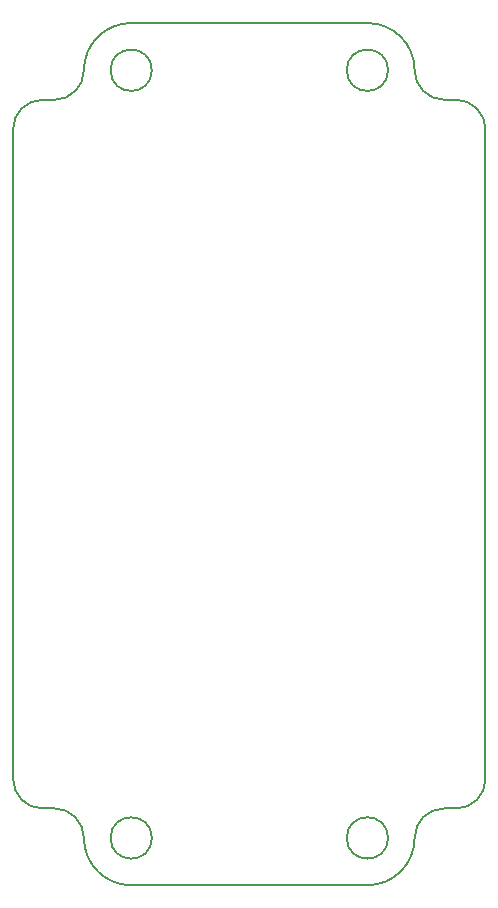
<source format=gm1>
%TF.GenerationSoftware,KiCad,Pcbnew,(5.1.9)-1*%
%TF.CreationDate,2021-05-21T21:01:08+03:00*%
%TF.ProjectId,valenok,76616c65-6e6f-46b2-9e6b-696361645f70,1*%
%TF.SameCoordinates,Original*%
%TF.FileFunction,Profile,NP*%
%FSLAX46Y46*%
G04 Gerber Fmt 4.6, Leading zero omitted, Abs format (unit mm)*
G04 Created by KiCad (PCBNEW (5.1.9)-1) date 2021-05-21 21:01:08*
%MOMM*%
%LPD*%
G01*
G04 APERTURE LIST*
%TA.AperFunction,Profile*%
%ADD10C,0.200000*%
%TD*%
G04 APERTURE END LIST*
D10*
X91750000Y-67500000D02*
G75*
G03*
X91750000Y-67500000I-1750000J0D01*
G01*
X111750000Y-67500000D02*
G75*
G03*
X111750000Y-67500000I-1750000J0D01*
G01*
X111750000Y-132500000D02*
G75*
G03*
X111750000Y-132500000I-1750000J0D01*
G01*
X117500000Y-70000000D02*
X116500000Y-70000000D01*
X116500000Y-70000000D02*
G75*
G02*
X114000000Y-67500000I0J2500000D01*
G01*
X110000000Y-63500000D02*
G75*
G02*
X114000000Y-67500000I0J-4000000D01*
G01*
X82500000Y-70000000D02*
X83500000Y-70000000D01*
X110000000Y-63500000D02*
X100000000Y-63500000D01*
X86000000Y-67500000D02*
G75*
G02*
X83500000Y-70000000I-2500000J0D01*
G01*
X90000000Y-63500000D02*
X100000000Y-63500000D01*
X86000000Y-67500000D02*
G75*
G02*
X90000000Y-63500000I4000000J0D01*
G01*
X117500000Y-130000000D02*
X116500000Y-130000000D01*
X114000000Y-132500000D02*
G75*
G02*
X116500000Y-130000000I2500000J0D01*
G01*
X114000000Y-132500000D02*
G75*
G02*
X110000000Y-136500000I-4000000J0D01*
G01*
X82500000Y-130000000D02*
X83500000Y-130000000D01*
X120000000Y-72500000D02*
X120000000Y-100000000D01*
X117500000Y-70000000D02*
G75*
G02*
X120000000Y-72500000I0J-2500000D01*
G01*
X80000000Y-72500000D02*
X80000000Y-100000000D01*
X80000000Y-72500000D02*
G75*
G02*
X82500000Y-70000000I2500000J0D01*
G01*
X120000000Y-127500000D02*
X120000000Y-100000000D01*
X120000000Y-127500000D02*
G75*
G02*
X117500000Y-130000000I-2500000J0D01*
G01*
X110000000Y-136500000D02*
X100000000Y-136500000D01*
X80000000Y-127500000D02*
X80000000Y-100000000D01*
X82500000Y-130000000D02*
G75*
G02*
X80000000Y-127500000I0J2500000D01*
G01*
X83500000Y-130000000D02*
G75*
G02*
X86000000Y-132500000I0J-2500000D01*
G01*
X90000000Y-136500000D02*
X100000000Y-136500000D01*
X90000000Y-136500000D02*
G75*
G02*
X86000000Y-132500000I0J4000000D01*
G01*
X91750000Y-132500000D02*
G75*
G03*
X91750000Y-132500000I-1750000J0D01*
G01*
M02*

</source>
